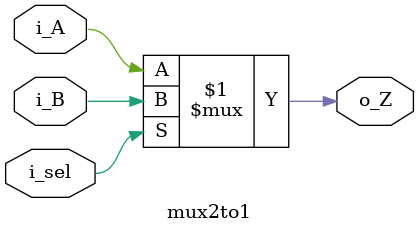
<source format=v>

module mux2to1 (
  input  wire i_A,    // Input A
  input  wire i_B,    // Input B
  input  wire i_sel,  // Select: 0 → A, 1 → B
  output wire o_Z     // Output Z
);

  // Continuous assignment for combinational logic
  assign o_Z = i_sel ? i_B : i_A;

endmodule

</source>
